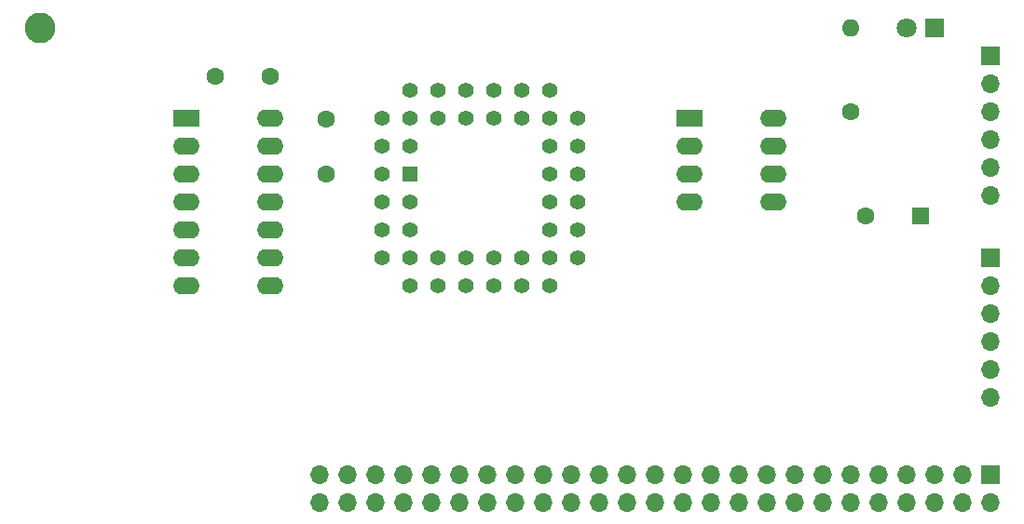
<source format=gbr>
%TF.GenerationSoftware,KiCad,Pcbnew,5.1.9*%
%TF.CreationDate,2021-02-01T10:24:50+01:00*%
%TF.ProjectId,UART_SC28L92_PLCC,55415254-5f53-4433-9238-4c39325f504c,1.0*%
%TF.SameCoordinates,Original*%
%TF.FileFunction,Soldermask,Top*%
%TF.FilePolarity,Negative*%
%FSLAX46Y46*%
G04 Gerber Fmt 4.6, Leading zero omitted, Abs format (unit mm)*
G04 Created by KiCad (PCBNEW 5.1.9) date 2021-02-01 10:24:50*
%MOMM*%
%LPD*%
G01*
G04 APERTURE LIST*
%ADD10C,1.422400*%
%ADD11R,1.422400X1.422400*%
%ADD12O,2.400000X1.600000*%
%ADD13R,2.400000X1.600000*%
%ADD14C,1.600000*%
%ADD15O,1.700000X1.700000*%
%ADD16R,1.700000X1.700000*%
%ADD17R,1.600000X1.600000*%
%ADD18C,2.800000*%
%ADD19O,1.600000X1.600000*%
%ADD20C,1.800000*%
%ADD21R,1.800000X1.800000*%
G04 APERTURE END LIST*
D10*
%TO.C,U1*%
X105410000Y-87630000D03*
X107950000Y-87630000D03*
X110490000Y-87630000D03*
X113030000Y-87630000D03*
X115570000Y-87630000D03*
X102870000Y-90170000D03*
X107950000Y-90170000D03*
X110490000Y-90170000D03*
X113030000Y-90170000D03*
X115570000Y-90170000D03*
X118110000Y-90170000D03*
X120650000Y-90170000D03*
X120650000Y-92710000D03*
X120650000Y-95250000D03*
X120650000Y-97790000D03*
X120650000Y-100330000D03*
X120650000Y-102870000D03*
X118110000Y-87630000D03*
X118110000Y-92710000D03*
X118110000Y-95250000D03*
X118110000Y-97790000D03*
X118110000Y-100330000D03*
X118110000Y-102870000D03*
X118110000Y-105410000D03*
X115570000Y-105410000D03*
X113030000Y-105410000D03*
X110490000Y-105410000D03*
X107950000Y-105410000D03*
X105410000Y-105410000D03*
X115570000Y-102870000D03*
X113030000Y-102870000D03*
X110490000Y-102870000D03*
X107950000Y-102870000D03*
X105410000Y-102870000D03*
X102870000Y-92710000D03*
X102870000Y-95250000D03*
X102870000Y-102870000D03*
X102870000Y-100330000D03*
X102870000Y-97790000D03*
X105410000Y-90170000D03*
X105410000Y-92710000D03*
X105410000Y-100330000D03*
X105410000Y-97790000D03*
D11*
X105410000Y-95250000D03*
%TD*%
D12*
%TO.C,U2*%
X92710000Y-90170000D03*
X85090000Y-105410000D03*
X92710000Y-92710000D03*
X85090000Y-102870000D03*
X92710000Y-95250000D03*
X85090000Y-100330000D03*
X92710000Y-97790000D03*
X85090000Y-97790000D03*
X92710000Y-100330000D03*
X85090000Y-95250000D03*
X92710000Y-102870000D03*
X85090000Y-92710000D03*
X92710000Y-105410000D03*
D13*
X85090000Y-90170000D03*
%TD*%
D14*
%TO.C,C1*%
X97790000Y-90250000D03*
X97790000Y-95250000D03*
%TD*%
D12*
%TO.C,X1*%
X138430000Y-90170000D03*
X130810000Y-97790000D03*
X138430000Y-92710000D03*
X130810000Y-95250000D03*
X138430000Y-95250000D03*
X130810000Y-92710000D03*
X138430000Y-97790000D03*
D13*
X130810000Y-90170000D03*
%TD*%
D15*
%TO.C,J3*%
X158115000Y-115570000D03*
X158115000Y-113030000D03*
X158115000Y-110490000D03*
X158115000Y-107950000D03*
X158115000Y-105410000D03*
D16*
X158115000Y-102870000D03*
%TD*%
D15*
%TO.C,J2*%
X158115000Y-97155000D03*
X158115000Y-94615000D03*
X158115000Y-92075000D03*
X158115000Y-89535000D03*
X158115000Y-86995000D03*
D16*
X158115000Y-84455000D03*
%TD*%
D14*
%TO.C,C3*%
X146765000Y-99060000D03*
D17*
X151765000Y-99060000D03*
%TD*%
D14*
%TO.C,C2*%
X87710000Y-86360000D03*
X92710000Y-86360000D03*
%TD*%
D18*
%TO.C,TP1*%
X71755000Y-81915000D03*
%TD*%
D19*
%TO.C,R1*%
X145415000Y-81915000D03*
D14*
X145415000Y-89535000D03*
%TD*%
D15*
%TO.C,J1*%
X97155000Y-125095000D03*
X97155000Y-122555000D03*
X99695000Y-125095000D03*
X99695000Y-122555000D03*
X102235000Y-125095000D03*
X102235000Y-122555000D03*
X104775000Y-125095000D03*
X104775000Y-122555000D03*
X107315000Y-125095000D03*
X107315000Y-122555000D03*
X109855000Y-125095000D03*
X109855000Y-122555000D03*
X112395000Y-125095000D03*
X112395000Y-122555000D03*
X114935000Y-125095000D03*
X114935000Y-122555000D03*
X117475000Y-125095000D03*
X117475000Y-122555000D03*
X120015000Y-125095000D03*
X120015000Y-122555000D03*
X122555000Y-125095000D03*
X122555000Y-122555000D03*
X125095000Y-125095000D03*
X125095000Y-122555000D03*
X127635000Y-125095000D03*
X127635000Y-122555000D03*
X130175000Y-125095000D03*
X130175000Y-122555000D03*
X132715000Y-125095000D03*
X132715000Y-122555000D03*
X135255000Y-125095000D03*
X135255000Y-122555000D03*
X137795000Y-125095000D03*
X137795000Y-122555000D03*
X140335000Y-125095000D03*
X140335000Y-122555000D03*
X142875000Y-125095000D03*
X142875000Y-122555000D03*
X145415000Y-125095000D03*
X145415000Y-122555000D03*
X147955000Y-125095000D03*
X147955000Y-122555000D03*
X150495000Y-125095000D03*
X150495000Y-122555000D03*
X153035000Y-125095000D03*
X153035000Y-122555000D03*
X155575000Y-125095000D03*
X155575000Y-122555000D03*
X158115000Y-125095000D03*
D16*
X158115000Y-122555000D03*
%TD*%
D20*
%TO.C,D1*%
X150495000Y-81915000D03*
D21*
X153035000Y-81915000D03*
%TD*%
M02*

</source>
